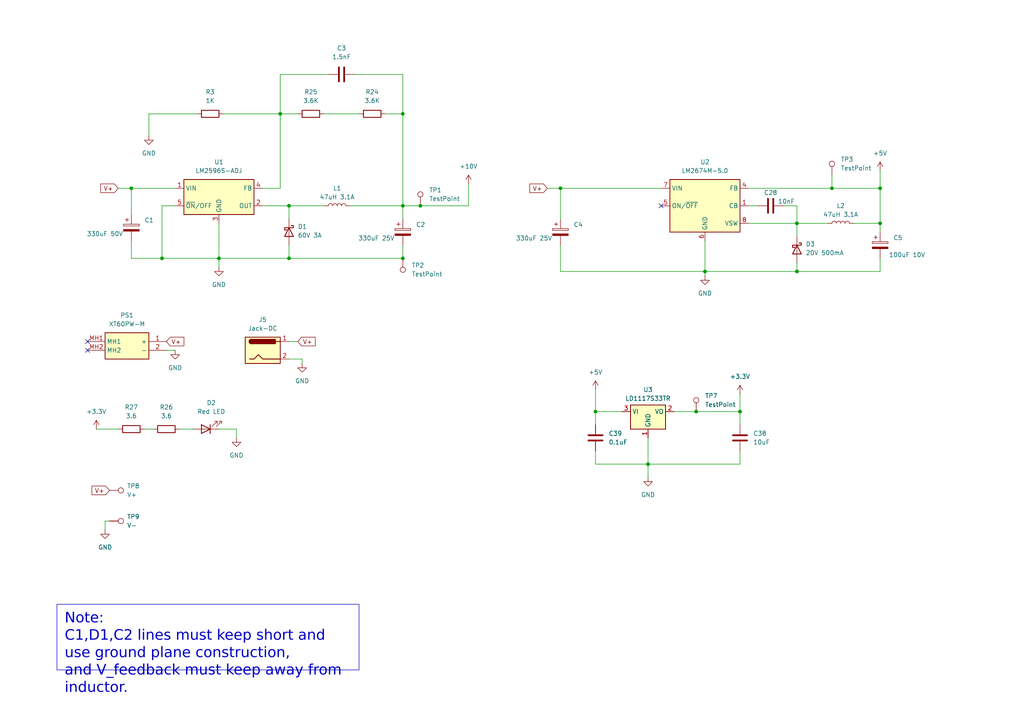
<source format=kicad_sch>
(kicad_sch (version 20250114) (generator "eeschema") (generator_version "9.0")
  (paper "A4")
  (lib_symbols
    (symbol "Connector:Jack-DC" (pin_names (offset 1.016))
      (property "Reference" "J" (at 0 5.334 0))
      (property "Value" "Jack-DC" (at 0 -5.08 0))
      (symbol "Jack-DC_0_1"
        (rectangle (start -5.08 3.81) (end 5.08 -3.81) (stroke (width 0.254)) (fill (type background)))
        (polyline (pts (xy -3.81 -2.54) (xy -2.54 -2.54) (xy -1.27 -1.27) (xy 0 -2.54) (xy 2.54 -2.54) (xy 5.08 -2.54)) (stroke (width 0.254)))
        (arc (start -3.302 1.905) (mid -3.9343 2.54) (end -3.302 3.175) (stroke (width 0.254)))
        (arc (start -3.302 1.905) (mid -3.9343 2.54) (end -3.302 3.175) (stroke (width 0.254)) (fill (type outline)))
        (rectangle (start 3.683 3.175) (end -3.302 1.905) (stroke (width 0.254)) (fill (type outline)))
        (polyline (pts (xy 5.08 2.54) (xy 3.81 2.54)) (stroke (width 0.254)))
      )
      (symbol "Jack-DC_1_1"
        (pin passive line (at 7.62 2.54 180) (length 2.54) (name "~") (number "1"))
        (pin passive line (at 7.62 -2.54 180) (length 2.54) (name "~") (number "2"))
      )
    )
    (symbol "Connector:TestPoint" (pin_numbers (hide yes)) (pin_names (offset 0.762) (hide yes))
      (property "Reference" "TP" (at 0 6.858 0))
      (property "Value" "TestPoint" (at 0 5.08 0))
      (symbol "TestPoint_0_1"
        (circle (center 0 3.302) (radius 0.762))
      )
      (symbol "TestPoint_1_1"
        (pin passive line (at 0 0 90) (length 2.54) (name "1") (number "1"))
      )
    )
    (symbol "Device:C" (pin_numbers (hide yes)) (pin_names (offset 0.254))
      (property "Reference" "C" (at 0.635 2.54 0))
      (property "Value" "C" (at 0.635 -2.54 0))
      (symbol "C_0_1"
        (polyline (pts (xy -2.032 0.762) (xy 2.032 0.762)) (stroke (width 0.508)))
        (polyline (pts (xy -2.032 -0.762) (xy 2.032 -0.762)) (stroke (width 0.508)))
      )
      (symbol "C_1_1"
        (pin passive line (at 0 3.81 270) (length 2.794) (name "~") (number "1"))
        (pin passive line (at 0 -3.81 90) (length 2.794) (name "~") (number "2"))
      )
    )
    (symbol "Device:C_Polarized" (pin_numbers (hide yes)) (pin_names (offset 0.254))
      (property "Reference" "C" (at 0.635 2.54 0))
      (property "Value" "C_Polarized" (at 0.635 -2.54 0))
      (symbol "C_Polarized_0_1"
        (rectangle (start -2.286 0.508) (end 2.286 1.016))
        (polyline (pts (xy -1.778 2.286) (xy -0.762 2.286)))
        (polyline (pts (xy -1.27 2.794) (xy -1.27 1.778)))
        (rectangle (start 2.286 -0.508) (end -2.286 -1.016) (fill (type outline)))
      )
      (symbol "C_Polarized_1_1"
        (pin passive line (at 0 3.81 270) (length 2.794) (name "~") (number "1"))
        (pin passive line (at 0 -3.81 90) (length 2.794) (name "~") (number "2"))
      )
    )
    (symbol "Device:D_Schottky" (pin_numbers (hide yes)) (pin_names (offset 1.016) (hide yes))
      (property "Reference" "D" (at 0 2.54 0))
      (property "Value" "D_Schottky" (at 0 -2.54 0))
      (symbol "D_Schottky_0_1"
        (polyline (pts (xy -1.905 0.635) (xy -1.905 1.27) (xy -1.27 1.27) (xy -1.27 -1.27) (xy -0.635 -1.27) (xy -0.635 -0.635)) (stroke (width 0.254)))
        (polyline (pts (xy 1.27 1.27) (xy 1.27 -1.27) (xy -1.27 0) (xy 1.27 1.27)) (stroke (width 0.254)))
        (polyline (pts (xy 1.27 0) (xy -1.27 0)))
      )
      (symbol "D_Schottky_1_1"
        (pin passive line (at -3.81 0 0) (length 2.54) (name "K") (number "1"))
        (pin passive line (at 3.81 0 180) (length 2.54) (name "A") (number "2"))
      )
    )
    (symbol "Device:L" (pin_numbers (hide yes)) (pin_names (offset 1.016) (hide yes))
      (property "Reference" "L" (at -1.27 0 90))
      (property "Value" "L" (at 1.905 0 90))
      (symbol "L_0_1"
        (arc (start 0 2.54) (mid 0.6323 1.905) (end 0 1.27))
        (arc (start 0 1.27) (mid 0.6323 0.635) (end 0 0))
        (arc (start 0 0) (mid 0.6323 -0.635) (end 0 -1.27))
        (arc (start 0 -1.27) (mid 0.6323 -1.905) (end 0 -2.54))
      )
      (symbol "L_1_1"
        (pin passive line (at 0 3.81 270) (length 1.27) (name "1") (number "1"))
        (pin passive line (at 0 -3.81 90) (length 1.27) (name "2") (number "2"))
      )
    )
    (symbol "Device:LED" (pin_numbers (hide yes)) (pin_names (offset 1.016) (hide yes))
      (property "Reference" "D" (at 0 2.54 0))
      (property "Value" "LED" (at 0 -2.54 0))
      (symbol "LED_0_1"
        (polyline (pts (xy -3.048 -0.762) (xy -4.572 -2.286) (xy -3.81 -2.286) (xy -4.572 -2.286) (xy -4.572 -1.524)))
        (polyline (pts (xy -1.778 -0.762) (xy -3.302 -2.286) (xy -2.54 -2.286) (xy -3.302 -2.286) (xy -3.302 -1.524)))
        (polyline (pts (xy -1.27 0) (xy 1.27 0)))
        (polyline (pts (xy -1.27 -1.27) (xy -1.27 1.27)) (stroke (width 0.254)))
        (polyline (pts (xy 1.27 -1.27) (xy 1.27 1.27) (xy -1.27 0) (xy 1.27 -1.27)) (stroke (width 0.254)))
      )
      (symbol "LED_1_1"
        (pin passive line (at -3.81 0 0) (length 2.54) (name "K") (number "1"))
        (pin passive line (at 3.81 0 180) (length 2.54) (name "A") (number "2"))
      )
    )
    (symbol "Device:R" (pin_numbers (hide yes)) (pin_names (offset 0))
      (property "Reference" "R" (at 2.032 0 90))
      (property "Value" "R" (at 0 0 90))
      (symbol "R_0_1"
        (rectangle (start -1.016 -2.54) (end 1.016 2.54) (stroke (width 0.254)))
      )
      (symbol "R_1_1"
        (pin passive line (at 0 3.81 270) (length 1.27) (name "~") (number "1"))
        (pin passive line (at 0 -3.81 90) (length 1.27) (name "~") (number "2"))
      )
    )
    (symbol "Regulator_Linear:LD1117S33TR_SOT223"
      (property "Reference" "U" (at -3.81 3.175 0))
      (property "Value" "LD1117S33TR_SOT223" (at 0 3.175 0))
      (symbol "LD1117S33TR_SOT223_0_1"
        (rectangle (start -5.08 -5.08) (end 5.08 1.905) (stroke (width 0.254)) (fill (type background)))
      )
      (symbol "LD1117S33TR_SOT223_1_1"
        (pin power_in line (at -7.62 0 0) (length 2.54) (name "VI") (number "3"))
        (pin power_in line (at 0 -7.62 90) (length 2.54) (name "GND") (number "1"))
        (pin power_out line (at 7.62 0 180) (length 2.54) (name "VO") (number "2"))
      )
    )
    (symbol "Regulator_Switching:LM2596S-ADJ"
      (property "Reference" "U" (at -10.16 6.35 0))
      (property "Value" "LM2596S-ADJ" (at 0 6.35 0))
      (symbol "LM2596S-ADJ_0_1"
        (rectangle (start -10.16 5.08) (end 10.16 -5.08) (stroke (width 0.254)) (fill (type background)))
      )
      (symbol "LM2596S-ADJ_1_1"
        (pin power_in line (at -12.7 2.54 0) (length 2.54) (name "VIN") (number "1"))
        (pin input line (at -12.7 -2.54 0) (length 2.54) (name "~{ON}/OFF") (number "5"))
        (pin power_in line (at 0 -7.62 90) (length 2.54) (name "GND") (number "3"))
        (pin input line (at 12.7 2.54 180) (length 2.54) (name "FB") (number "4"))
        (pin output line (at 12.7 -2.54 180) (length 2.54) (name "OUT") (number "2"))
      )
    )
    (symbol "Regulator_Switching:LM2674M-5.0"
      (property "Reference" "U" (at -10.16 8.89 0))
      (property "Value" "LM2674M-5.0" (at 0 8.89 0))
      (symbol "LM2674M-5.0_0_1"
        (rectangle (start -10.16 7.62) (end 10.16 -7.62) (stroke (width 0.254)) (fill (type background)))
      )
      (symbol "LM2674M-5.0_1_1"
        (pin power_in line (at -12.7 5.08 0) (length 2.54) (name "VIN") (number "7"))
        (pin input line (at -12.7 0 0) (length 2.54) (name "ON/~{OFF}") (number "5"))
        (pin no_connect line (at -10.16 -2.54 0) (length 2.54) (hide yes) (name "NC") (number "2"))
        (pin no_connect line (at -10.16 -5.08 0) (length 2.54) (hide yes) (name "NC") (number "3"))
        (pin power_in line (at 0 -10.16 90) (length 2.54) (name "GND") (number "6"))
        (pin input line (at 12.7 5.08 180) (length 2.54) (name "FB") (number "4"))
        (pin input line (at 12.7 0 180) (length 2.54) (name "CB") (number "1"))
        (pin output line (at 12.7 -5.08 180) (length 2.54) (name "VSW") (number "8"))
      )
    )
    (symbol "SamacSys_Parts:XT60PW-M"
      (property "Reference" "PS" (at 19.05 7.62 0))
      (property "Value" "XT60PW-M" (at 19.05 5.08 0))
      (symbol "XT60PW-M_1_1"
        (rectangle (start 5.08 2.54) (end 17.78 -5.08) (stroke (width 0.254)) (fill (type background)))
        (pin passive line (at 0 0 0) (length 5.08) (name "MH1") (number "MH1"))
        (pin passive line (at 0 -2.54 0) (length 5.08) (name "MH2") (number "MH2"))
        (pin passive line (at 22.86 0 180) (length 5.08) (name "+") (number "1"))
        (pin passive line (at 22.86 -2.54 180) (length 5.08) (name "-") (number "2"))
      )
    )
    (symbol "power:+10V" (power) (pin_names (offset 0))
      (property "Value" "+10V" (at 0 3.556 0))
      (symbol "+10V_0_1"
        (polyline (pts (xy -0.762 1.27) (xy 0 2.54)))
        (polyline (pts (xy 0 2.54) (xy 0.762 1.27)))
        (polyline (pts (xy 0 0) (xy 0 2.54)))
      )
      (symbol "+10V_1_1"
        (pin power_in line (at 0 0 90) (length 0) (hide yes) (name "+10V") (number "1"))
      )
    )
    (symbol "power:+3.3V" (power) (pin_names (offset 0))
      (property "Value" "+3.3V" (at 0 3.556 0))
      (symbol "+3.3V_0_1"
        (polyline (pts (xy -0.762 1.27) (xy 0 2.54)))
        (polyline (pts (xy 0 2.54) (xy 0.762 1.27)))
        (polyline (pts (xy 0 0) (xy 0 2.54)))
      )
      (symbol "+3.3V_1_1"
        (pin power_in line (at 0 0 90) (length 0) (hide yes) (name "+3.3V") (number "1"))
      )
    )
    (symbol "power:+5V" (power) (pin_names (offset 0))
      (property "Value" "+5V" (at 0 3.556 0))
      (symbol "+5V_0_1"
        (polyline (pts (xy -0.762 1.27) (xy 0 2.54)))
        (polyline (pts (xy 0 2.54) (xy 0.762 1.27)))
        (polyline (pts (xy 0 0) (xy 0 2.54)))
      )
      (symbol "+5V_1_1"
        (pin power_in line (at 0 0 90) (length 0) (hide yes) (name "+5V") (number "1"))
      )
    )
    (symbol "power:GND" (power) (pin_names (offset 0))
      (property "Value" "GND" (at 0 -3.81 0))
      (symbol "GND_0_1"
        (polyline (pts (xy 0 0) (xy 0 -1.27) (xy 1.27 -1.27) (xy 0 -2.54) (xy -1.27 -1.27) (xy 0 -1.27)))
      )
      (symbol "GND_1_1"
        (pin power_in line (at 0 0 270) (length 0) (hide yes) (name "GND") (number "1"))
      )
    )
  )
  (text_box "Note:\nC1,D1,C2 lines must keep short and use ground plane construction,\nand V_feedback must keep away from inductor." (at 16.51 175.26 0) (size 87.63 19.05) (margins 2.25 2.25 2.25 2.25) (effects (font (size 3 3)) (justify left top)))
  (junction (at 172.72 119.38))
  (junction (at 201.93 119.38))
  (junction (at 187.96 134.62))
  (junction (at 46.99 74.93))
  (junction (at 255.27 64.77))
  (junction (at 214.63 119.38))
  (junction (at 116.84 33.02))
  (junction (at 231.14 78.74))
  (junction (at 116.84 74.93))
  (junction (at 63.5 74.93))
  (junction (at 121.92 59.69))
  (junction (at 38.1 54.61))
  (junction (at 83.82 74.93))
  (junction (at 81.28 33.02))
  (junction (at 255.27 54.61))
  (junction (at 241.3 54.61))
  (junction (at 231.14 64.77))
  (junction (at 204.47 78.74))
  (junction (at 116.84 59.69))
  (junction (at 83.82 59.69))
  (junction (at 162.56 54.61))
  (no_connect (at 25.4 99.06))
  (no_connect (at 25.4 101.6))
  (no_connect (at 191.77 59.69))
  (wire (pts (xy 255.27 49.53) (xy 255.27 54.61)))
  (wire (pts (xy 172.72 119.38) (xy 180.34 119.38)))
  (wire (pts (xy 214.63 130.81) (xy 214.63 134.62)))
  (wire (pts (xy 43.18 33.02) (xy 57.15 33.02)))
  (wire (pts (xy 38.1 54.61) (xy 50.8 54.61)))
  (wire (pts (xy 83.82 59.69) (xy 93.98 59.69)))
  (wire (pts (xy 116.84 71.12) (xy 116.84 74.93)))
  (wire (pts (xy 76.2 59.69) (xy 83.82 59.69)))
  (wire (pts (xy 187.96 138.43) (xy 187.96 134.62)))
  (wire (pts (xy 93.98 33.02) (xy 104.14 33.02)))
  (wire (pts (xy 38.1 74.93) (xy 46.99 74.93)))
  (wire (pts (xy 231.14 59.69) (xy 231.14 64.77)))
  (wire (pts (xy 241.3 50.8) (xy 241.3 54.61)))
  (wire (pts (xy 76.2 54.61) (xy 81.28 54.61)))
  (wire (pts (xy 217.17 64.77) (xy 231.14 64.77)))
  (wire (pts (xy 217.17 54.61) (xy 241.3 54.61)))
  (wire (pts (xy 217.17 59.69) (xy 219.71 59.69)))
  (wire (pts (xy 241.3 54.61) (xy 255.27 54.61)))
  (wire (pts (xy 34.29 54.61) (xy 38.1 54.61)))
  (wire (pts (xy 87.63 104.14) (xy 87.63 105.41)))
  (wire (pts (xy 81.28 21.59) (xy 81.28 33.02)))
  (wire (pts (xy 187.96 127) (xy 187.96 134.62)))
  (wire (pts (xy 50.8 59.69) (xy 46.99 59.69)))
  (wire (pts (xy 116.84 59.69) (xy 121.92 59.69)))
  (wire (pts (xy 135.89 53.34) (xy 135.89 59.69)))
  (wire (pts (xy 46.99 59.69) (xy 46.99 74.93)))
  (wire (pts (xy 172.72 130.81) (xy 172.72 134.62)))
  (wire (pts (xy 81.28 21.59) (xy 95.25 21.59)))
  (wire (pts (xy 231.14 64.77) (xy 231.14 68.58)))
  (wire (pts (xy 116.84 59.69) (xy 116.84 63.5)))
  (wire (pts (xy 46.99 74.93) (xy 63.5 74.93)))
  (wire (pts (xy 68.58 124.46) (xy 68.58 127)))
  (wire (pts (xy 204.47 69.85) (xy 204.47 78.74)))
  (wire (pts (xy 231.14 64.77) (xy 240.03 64.77)))
  (wire (pts (xy 214.63 119.38) (xy 214.63 123.19)))
  (wire (pts (xy 81.28 33.02) (xy 86.36 33.02)))
  (wire (pts (xy 162.56 54.61) (xy 162.56 63.5)))
  (wire (pts (xy 187.96 134.62) (xy 214.63 134.62)))
  (wire (pts (xy 83.82 99.06) (xy 86.36 99.06)))
  (wire (pts (xy 255.27 78.74) (xy 255.27 74.93)))
  (wire (pts (xy 162.56 71.12) (xy 162.56 78.74)))
  (wire (pts (xy 31.75 151.13) (xy 30.48 151.13)))
  (wire (pts (xy 204.47 78.74) (xy 231.14 78.74)))
  (wire (pts (xy 111.76 33.02) (xy 116.84 33.02)))
  (wire (pts (xy 201.93 119.38) (xy 214.63 119.38)))
  (wire (pts (xy 231.14 78.74) (xy 231.14 76.2)))
  (wire (pts (xy 116.84 21.59) (xy 116.84 33.02)))
  (wire (pts (xy 255.27 64.77) (xy 255.27 67.31)))
  (wire (pts (xy 116.84 33.02) (xy 116.84 59.69)))
  (wire (pts (xy 83.82 71.12) (xy 83.82 74.93)))
  (wire (pts (xy 172.72 119.38) (xy 172.72 123.19)))
  (wire (pts (xy 63.5 74.93) (xy 83.82 74.93)))
  (wire (pts (xy 81.28 33.02) (xy 81.28 54.61)))
  (wire (pts (xy 172.72 113.03) (xy 172.72 119.38)))
  (wire (pts (xy 63.5 64.77) (xy 63.5 74.93)))
  (wire (pts (xy 247.65 64.77) (xy 255.27 64.77)))
  (wire (pts (xy 214.63 114.3) (xy 214.63 119.38)))
  (wire (pts (xy 162.56 54.61) (xy 191.77 54.61)))
  (wire (pts (xy 101.6 59.69) (xy 116.84 59.69)))
  (wire (pts (xy 231.14 78.74) (xy 255.27 78.74)))
  (wire (pts (xy 162.56 78.74) (xy 204.47 78.74)))
  (wire (pts (xy 83.82 74.93) (xy 116.84 74.93)))
  (wire (pts (xy 52.07 124.46) (xy 55.88 124.46)))
  (wire (pts (xy 43.18 33.02) (xy 43.18 39.37)))
  (wire (pts (xy 195.58 119.38) (xy 201.93 119.38)))
  (wire (pts (xy 30.48 151.13) (xy 30.48 153.67)))
  (wire (pts (xy 27.94 124.46) (xy 34.29 124.46)))
  (wire (pts (xy 121.92 59.69) (xy 135.89 59.69)))
  (wire (pts (xy 83.82 59.69) (xy 83.82 63.5)))
  (wire (pts (xy 255.27 64.77) (xy 255.27 54.61)))
  (wire (pts (xy 41.91 124.46) (xy 44.45 124.46)))
  (wire (pts (xy 83.82 104.14) (xy 87.63 104.14)))
  (wire (pts (xy 231.14 59.69) (xy 227.33 59.69)))
  (wire (pts (xy 172.72 134.62) (xy 187.96 134.62)))
  (wire (pts (xy 204.47 80.01) (xy 204.47 78.74)))
  (wire (pts (xy 158.75 54.61) (xy 162.56 54.61)))
  (wire (pts (xy 64.77 33.02) (xy 81.28 33.02)))
  (wire (pts (xy 38.1 54.61) (xy 38.1 62.23)))
  (wire (pts (xy 63.5 74.93) (xy 63.5 77.47)))
  (wire (pts (xy 48.26 101.6) (xy 50.8 101.6)))
  (wire (pts (xy 38.1 69.85) (xy 38.1 74.93)))
  (wire (pts (xy 102.87 21.59) (xy 116.84 21.59)))
  (wire (pts (xy 63.5 124.46) (xy 68.58 124.46)))
  (global_label "V+" (shape input) (at 86.36 99.06 0) (property "Intersheetrefs" "${INTERSHEET_REFS}" (effects (hide yes))))
  (global_label "V+" (shape input) (at 158.75 54.61 180) (property "Intersheetrefs" "${INTERSHEET_REFS}" (effects (hide yes))))
  (global_label "V+" (shape input) (at 31.75 142.24 180) (property "Intersheetrefs" "${INTERSHEET_REFS}" (effects (hide yes))))
  (global_label "V+" (shape input) (at 34.29 54.61 180) (property "Intersheetrefs" "${INTERSHEET_REFS}" (effects (hide yes))))
  (global_label "V+" (shape input) (at 48.26 99.06 0) (property "Intersheetrefs" "${INTERSHEET_REFS}" (effects (hide yes))))
  (symbol (lib_id "power:GND") (at 30.48 153.67 0) (unit 1)
    (property "Reference" "#PWR062" (effects (hide yes)))
    (property "Value" "GND" (at 30.48 158.75 0))
  )
  (symbol (lib_id "power:+5V") (at 172.72 113.03 0) (unit 1)
    (property "Reference" "#PWR046" (effects (hide yes)))
    (property "Value" "+5V" (at 172.72 107.95 0))
  )
  (symbol (lib_id "power:GND") (at 63.5 77.47 0) (unit 1)
    (property "Reference" "#PWR01" (effects (hide yes)))
    (property "Value" "GND" (at 63.5 82.55 0))
  )
  (symbol (lib_id "power:+3.3V") (at 214.63 114.3 0) (unit 1)
    (property "Reference" "#PWR031" (effects (hide yes)))
    (property "Value" "+3.3V" (at 214.63 109.22 0))
  )
  (symbol (lib_id "Device:C") (at 99.06 21.59 90) (unit 1)
    (property "Reference" "C3" (at 99.06 13.97 90))
    (property "Value" "1.5nF" (at 99.06 16.51 90))
    (property "Footprint" "Capacitor_SMD:C_0805_2012Metric_Pad1.18x1.45mm_HandSolder" (effects (hide yes)))
    (property "Description" "Unpolarized capacitor" (effects (hide yes)))
  )
  (symbol (lib_id "Connector:TestPoint") (at 31.75 142.24 270) (unit 1)
    (property "Reference" "TP8" (at 36.83 140.97 90) (effects (justify left)))
    (property "Value" "V+" (at 36.83 143.51 90) (effects (justify left)))
    (property "Footprint" "TestPoint:TestPoint_Pad_2.5x2.5mm" (effects (hide yes)))
  )
  (symbol (lib_id "Device:C") (at 214.63 127 180) (unit 1)
    (property "Reference" "C38" (at 218.44 125.7299 0) (effects (justify right)))
    (property "Value" "10uF" (at 218.44 128.2699 0) (effects (justify right)))
    (property "Footprint" "Capacitor_SMD:C_0805_2012Metric_Pad1.18x1.45mm_HandSolder" (effects (hide yes)))
    (property "Description" "Unpolarized capacitor" (effects (hide yes)))
  )
  (symbol (lib_id "Regulator_Switching:LM2674M-5.0") (at 204.47 59.69 0) (unit 1)
    (property "Reference" "U2" (at 204.47 46.99 0))
    (property "Value" "LM2674M-5.0" (at 204.47 49.53 0))
    (property "Footprint" "Package_SO:SOIC-8_3.9x4.9mm_P1.27mm" (effects (hide yes)))
    (property "Datasheet" "http://www.ti.com/lit/ds/symlink/lm2674.pdf" (effects (hide yes)))
    (property "Description" "5V, 500mA Step-Down Voltage Regulator, SO-8" (effects (hide yes)))
  )
  (symbol (lib_id "Device:R") (at 107.95 33.02 90) (unit 1)
    (property "Reference" "R24" (at 107.95 26.67 90))
    (property "Value" "3.6K" (at 107.95 29.21 90))
    (property "Footprint" "LED_SMD:LED_0805_2012Metric_Pad1.15x1.40mm_HandSolder" (effects (hide yes)))
    (property "Description" "Resistor" (effects (hide yes)))
  )
  (symbol (lib_id "SamacSys_Parts:XT60PW-M") (at 25.4 99.06 0) (unit 1)
    (property "Reference" "PS1" (at 36.83 91.44 0))
    (property "Value" "XT60PW-M" (at 36.83 93.98 0))
    (property "Footprint" "SamacSys_Parts:XT60PWM" (effects (hide yes)))
    (property "Datasheet" "https://www.tme.eu/Document/b13629717d44ae038681dba08d18c0b6/XT60PW-M.pdf" (effects (hide yes)))
    (property "Height" "8.4" (effects (hide yes)))
    (property "Manufacturer_Name" "Changzhou Amass Elec" (effects (hide yes)))
    (property "Manufacturer_Part_Number" "XT60PW-M" (effects (hide yes)))
  )
  (symbol (lib_id "Device:L") (at 97.79 59.69 90) (unit 1)
    (property "Reference" "L1" (at 97.79 54.61 90))
    (property "Value" "47uH 3.1A" (at 97.79 57.15 90))
    (property "Footprint" "SamacSys_Parts:LMLP1011M470DTAS" (effects (hide yes)))
    (property "Description" "Inductor" (effects (hide yes)))
  )
  (symbol (lib_id "Device:C_Polarized") (at 38.1 66.04 0) (unit 1)
    (property "Reference" "C1" (at 41.91 63.8809 0) (effects (justify left)))
    (property "Value" "330uF 50V" (at 25.146 67.818 0) (effects (justify left)))
    (property "Footprint" "Capacitor_SMD:CP_Elec_8x10" (effects (hide yes)))
    (property "Description" "Polarized capacitor" (effects (hide yes)))
  )
  (symbol (lib_id "Device:D_Schottky") (at 83.82 67.31 270) (unit 1)
    (property "Reference" "D1" (at 86.36 65.7224 90) (effects (justify left)))
    (property "Value" "60V 3A" (at 86.36 68.2624 90) (effects (justify left)))
    (property "Footprint" "Diode_SMD:D_SMA" (effects (hide yes)))
  )
  (symbol (lib_id "Regulator_Switching:LM2596S-ADJ") (at 63.5 57.15 0) (unit 1)
    (property "Reference" "U1" (at 63.5 46.99 0))
    (property "Value" "LM2596S-ADJ" (at 63.5 49.53 0))
    (property "Footprint" "Package_TO_SOT_SMD:TO-263-5_TabPin3" (effects (hide yes)))
    (property "Datasheet" "http://www.ti.com/lit/ds/symlink/lm2596.pdf" (effects (hide yes)))
  )
  (symbol (lib_id "Device:C") (at 172.72 127 180) (unit 1)
    (property "Reference" "C39" (at 176.53 125.7299 0) (effects (justify right)))
    (property "Value" "0.1uF" (at 176.53 128.2699 0) (effects (justify right)))
    (property "Footprint" "Capacitor_SMD:C_0805_2012Metric_Pad1.18x1.45mm_HandSolder" (effects (hide yes)))
    (property "Description" "Unpolarized capacitor" (effects (hide yes)))
  )
  (symbol (lib_id "Device:R") (at 90.17 33.02 90) (unit 1)
    (property "Reference" "R25" (at 90.17 26.67 90))
    (property "Value" "3.6K" (at 90.17 29.21 90))
    (property "Footprint" "LED_SMD:LED_0805_2012Metric_Pad1.15x1.40mm_HandSolder" (effects (hide yes)))
    (property "Description" "Resistor" (effects (hide yes)))
  )
  (symbol (lib_id "Connector:TestPoint") (at 116.84 74.93 180) (unit 1)
    (property "Reference" "TP2" (at 119.38 76.962 0) (effects (justify right)))
    (property "Value" "TestPoint" (at 119.38 79.502 0) (effects (justify right)))
    (property "Footprint" "TestPoint:TestPoint_Pad_1.0x1.0mm" (effects (hide yes)))
  )
  (symbol (lib_id "Connector:TestPoint") (at 31.75 151.13 270) (unit 1)
    (property "Reference" "TP9" (at 36.83 149.86 90) (effects (justify left)))
    (property "Value" "V-" (at 36.83 152.4 90) (effects (justify left)))
    (property "Footprint" "TestPoint:TestPoint_Pad_2.5x2.5mm" (effects (hide yes)))
  )
  (symbol (lib_id "Device:L") (at 243.84 64.77 90) (unit 1)
    (property "Reference" "L2" (at 243.84 59.69 90))
    (property "Value" "47uH 3.1A" (at 243.84 62.23 90))
    (property "Footprint" "Inductor_SMD:L_1812_4532Metric_Pad1.30x3.40mm_HandSolder" (effects (hide yes)))
    (property "Description" "Inductor" (effects (hide yes)))
  )
  (symbol (lib_id "Connector:TestPoint") (at 121.92 59.69 0) (unit 1)
    (property "Reference" "TP1" (at 124.46 55.118 0) (effects (justify left)))
    (property "Value" "TestPoint" (at 124.46 57.658 0) (effects (justify left)))
    (property "Footprint" "TestPoint:TestPoint_Pad_1.0x1.0mm" (effects (hide yes)))
  )
  (symbol (lib_id "Device:R") (at 38.1 124.46 90) (unit 1)
    (property "Reference" "R27" (at 38.1 118.11 90))
    (property "Value" "3.6" (at 38.1 120.65 90))
    (property "Footprint" "LED_SMD:LED_0805_2012Metric_Pad1.15x1.40mm_HandSolder" (effects (hide yes)))
    (property "Description" "Resistor" (effects (hide yes)))
  )
  (symbol (lib_id "Connector:Jack-DC") (at 76.2 101.6 0) (unit 1)
    (property "Reference" "J5" (at 76.2 92.71 0))
    (property "Value" "Jack-DC" (at 76.2 95.25 0))
    (property "Footprint" "Connector_BarrelJack:BarrelJack_GCT_DCJ200-10-A_Horizontal" (effects (hide yes)))
    (property "Description" "DC Barrel Jack" (effects (hide yes)))
  )
  (symbol (lib_id "power:GND") (at 87.63 105.41 0) (unit 1)
    (property "Reference" "#PWR065" (effects (hide yes)))
    (property "Value" "GND" (at 87.63 110.49 0))
  )
  (symbol (lib_id "power:+3.3V") (at 27.94 124.46 0) (unit 1)
    (property "Reference" "#PWR047" (effects (hide yes)))
    (property "Value" "+3.3V" (at 27.94 119.38 0))
  )
  (symbol (lib_id "Device:R") (at 48.26 124.46 90) (unit 1)
    (property "Reference" "R26" (at 48.26 118.11 90))
    (property "Value" "3.6" (at 48.26 120.65 90))
    (property "Footprint" "LED_SMD:LED_0805_2012Metric_Pad1.15x1.40mm_HandSolder" (effects (hide yes)))
    (property "Description" "Resistor" (effects (hide yes)))
  )
  (symbol (lib_id "power:GND") (at 43.18 39.37 0) (unit 1)
    (property "Reference" "#PWR061" (effects (hide yes)))
    (property "Value" "GND" (at 43.18 44.45 0))
  )
  (symbol (lib_id "Connector:TestPoint") (at 241.3 50.8 0) (unit 1)
    (property "Reference" "TP3" (at 243.84 46.228 0) (effects (justify left)))
    (property "Value" "TestPoint" (at 243.84 48.768 0) (effects (justify left)))
    (property "Footprint" "TestPoint:TestPoint_Pad_1.0x1.0mm" (effects (hide yes)))
  )
  (symbol (lib_id "Device:D_Schottky") (at 231.14 72.39 270) (unit 1)
    (property "Reference" "D3" (at 233.68 70.8024 90) (effects (justify left)))
    (property "Value" "20V 500mA" (at 233.68 73.3424 90) (effects (justify left)))
    (property "Footprint" "Diode_SMD:D_SOD-523" (effects (hide yes)))
  )
  (symbol (lib_id "Device:C_Polarized") (at 116.84 67.31 0) (unit 1)
    (property "Reference" "C2" (at 120.65 65.1509 0) (effects (justify left)))
    (property "Value" "330uF 25V" (at 103.886 69.088 0) (effects (justify left)))
    (property "Footprint" "Capacitor_SMD:CP_Elec_8x10" (effects (hide yes)))
    (property "Description" "Polarized capacitor" (effects (hide yes)))
  )
  (symbol (lib_id "power:GND") (at 68.58 127 0) (unit 1)
    (property "Reference" "#PWR038" (effects (hide yes)))
    (property "Value" "GND" (at 68.58 132.08 0))
  )
  (symbol (lib_id "power:GND") (at 204.47 80.01 0) (unit 1)
    (property "Reference" "#PWR03" (effects (hide yes)))
    (property "Value" "GND" (at 204.47 85.09 0))
  )
  (symbol (lib_id "Device:R") (at 60.96 33.02 90) (unit 1)
    (property "Reference" "R3" (at 60.96 26.67 90))
    (property "Value" "1K" (at 60.96 29.21 90))
    (property "Footprint" "LED_SMD:LED_0805_2012Metric_Pad1.15x1.40mm_HandSolder" (effects (hide yes)))
    (property "Description" "Resistor" (effects (hide yes)))
  )
  (symbol (lib_id "Device:C") (at 223.52 59.69 90) (unit 1)
    (property "Reference" "C28" (at 223.52 55.88 90))
    (property "Value" "10nF" (at 228.092 58.42 90))
    (property "Footprint" "Capacitor_SMD:C_0805_2012Metric_Pad1.18x1.45mm_HandSolder" (effects (hide yes)))
    (property "Description" "Unpolarized capacitor" (effects (hide yes)))
  )
  (symbol (lib_id "power:GND") (at 187.96 138.43 0) (unit 1)
    (property "Reference" "#PWR048" (effects (hide yes)))
    (property "Value" "GND" (at 187.96 143.51 0))
  )
  (symbol (lib_id "Device:C_Polarized") (at 162.56 67.31 0) (unit 1)
    (property "Reference" "C4" (at 166.37 65.1509 0) (effects (justify left)))
    (property "Value" "330uF 25V" (at 149.606 69.088 0) (effects (justify left)))
    (property "Footprint" "Capacitor_SMD:CP_Elec_8x10" (effects (hide yes)))
    (property "Description" "Polarized capacitor" (effects (hide yes)))
  )
  (symbol (lib_id "power:+5V") (at 255.27 49.53 0) (unit 1)
    (property "Reference" "#PWR049" (effects (hide yes)))
    (property "Value" "+5V" (at 255.27 44.45 0))
  )
  (symbol (lib_id "Device:LED") (at 59.69 124.46 180) (unit 1)
    (property "Reference" "D2" (at 61.2775 116.84 0))
    (property "Value" "Red LED" (at 61.2775 119.38 0))
    (property "Footprint" "LED_SMD:LED_0805_2012Metric" (effects (hide yes)))
    (property "Description" "Light emitting diode" (effects (hide yes)))
    (property "Sim.Pins" "1=K 2=A" (effects (hide yes)))
  )
  (symbol (lib_id "power:GND") (at 50.8 101.6 0) (unit 1)
    (property "Reference" "#PWR063" (effects (hide yes)))
    (property "Value" "GND" (at 50.8 106.68 0))
  )
  (symbol (lib_id "Connector:TestPoint") (at 201.93 119.38 0) (unit 1)
    (property "Reference" "TP7" (at 204.47 114.808 0) (effects (justify left)))
    (property "Value" "TestPoint" (at 204.47 117.348 0) (effects (justify left)))
    (property "Footprint" "TestPoint:TestPoint_Pad_1.0x1.0mm" (effects (hide yes)))
  )
  (symbol (lib_id "Device:C_Polarized") (at 255.27 71.12 0) (unit 1)
    (property "Reference" "C5" (at 259.08 68.9609 0) (effects (justify left)))
    (property "Value" "100uF 10V" (at 257.81 73.914 0) (effects (justify left)))
    (property "Footprint" "Capacitor_SMD:CP_Elec_5x5.3" (effects (hide yes)))
    (property "Description" "Polarized capacitor" (effects (hide yes)))
  )
  (symbol (lib_id "power:+10V") (at 135.89 53.34 0) (unit 1)
    (property "Reference" "#PWR02" (effects (hide yes)))
    (property "Value" "+10V" (at 135.89 48.26 0))
  )
  (symbol (lib_id "Regulator_Linear:LD1117S33TR_SOT223") (at 187.96 119.38 0) (unit 1)
    (property "Reference" "U3" (at 187.96 113.03 0))
    (property "Value" "LD1117S33TR" (at 187.96 115.57 0))
    (property "Footprint" "Package_TO_SOT_SMD:SOT-223-3_TabPin2" (effects (hide yes)))
    (property "Datasheet" "http://www.st.com/st-web-ui/static/active/en/resource/technical/document/datasheet/CD00000544.pdf" (effects (hide yes)))
  )
)
</source>
